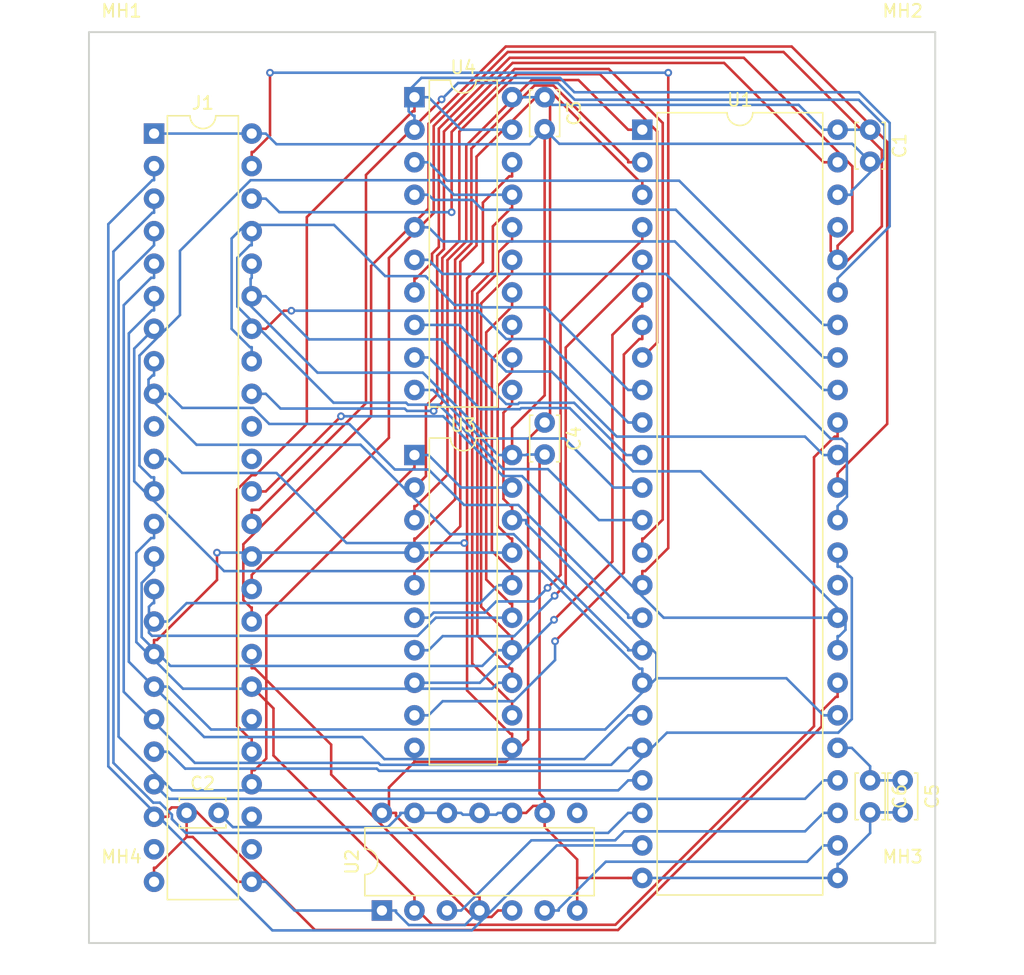
<source format=kicad_pcb>
(kicad_pcb (version 20211014) (generator pcbnew)
  (layers (0 "F.Cu" signal) (31 "B.Cu" signal) (34 "B.Paste" user) (35 "F.Paste" user) (36 "B.SilkS" user "B.Silkscreen") (37 "F.SilkS" user "F.Silkscreen") (38 "B.Mask" user) (39 "F.Mask" user) (44 "Edge.Cuts" user))
  (net 0 "")
  (net 1 "VCC")
  (net 2 "GND")
  (net 3 "/P46")
  (net 4 "/P34")
  (net 5 "/P35")
  (net 6 "/P36")
  (net 7 "Net-(U2-Pad11)")
  (net 8 "/P33")
  (net 9 "/P32")
  (net 10 "/P31")
  (net 11 "/P30")
  (net 12 "/P55")
  (net 13 "/P37")
  (net 14 "/P54")
  (net 15 "/P50")
  (net 16 "/P53")
  (net 17 "Net-(J1-Pad30)")
  (net 18 "/P51")
  (net 19 "/P52")
  (net 20 "Net-(J1-Pad27)")
  (net 21 "/P47")
  (net 22 "Net-(J1-Pad26)")
  (net 23 "Net-(J1-Pad19)")
  (net 24 "/P20")
  (net 25 "/P21")
  (net 26 "/P22")
  (net 27 "/P23")
  (net 28 "/P24")
  (net 29 "/P25")
  (net 30 "Net-(J1-Pad10)")
  (net 31 "/P26")
  (net 32 "/P17")
  (net 33 "/P27")
  (net 34 "/P16")
  (net 35 "Net-(J1-Pad39)")
  (net 36 "/P15")
  (net 37 "/P40")
  (net 38 "/P14")
  (net 39 "/P41")
  (net 40 "/P13")
  (net 41 "/P42")
  (net 42 "/P12")
  (net 43 "/P43")
  (net 44 "/P11")
  (net 45 "/P44")
  (net 46 "/P10")
  (net 47 "/P45")
  (net 48 "Net-(U1-Pad47)")
  (net 49 "Net-(U1-Pad42)")
  (net 50 "Net-(U1-Pad32)")
  (net 51 "Net-(U1-Pad26)")
  (net 52 "Net-(C5-Pad1)")
  (net 53 "Net-(U1-Pad44)")
  (net 54 "Net-(U1-Pad43)")
  (net 55 "Net-(U1-Pad41)")
  (net 56 "Net-(U1-Pad40)")
  (net 57 "Net-(U1-Pad38)")
  (net 58 "Net-(U1-Pad36)")
  (net 59 "Net-(U1-Pad34)")
  (net 60 "Net-(U1-Pad7)")
  (net 61 "Net-(U1-Pad6)")
  (net 62 "Net-(U1-Pad5)")
  (net 63 "Net-(U1-Pad4)")
  (net 64 "Net-(U1-Pad27)")
  (net 65 "Net-(U1-Pad3)")
  (net 66 "Net-(U1-Pad2)")
  (net 67 "Net-(U1-Pad1)")
  (net 68 "Net-(U2-Pad8)")
  (footprint "MountingHole:MountingHole_3.2mm_M3" (layer "F.Cu") (at 101 70)
    (fp_text reference "MH1")
    (fp_text value "MountingHole_3.2mm_M3")
  )
  (footprint "MountingHole:MountingHole_3.2mm_M3" (layer "F.Cu") (at 161.96 70)
    (fp_text reference "MH2")
    (fp_text value "MountingHole_3.2mm_M3")
  )
  (footprint "MountingHole:MountingHole_3.2mm_M3" (layer "F.Cu") (at 161.96 136.04)
    (fp_text reference "MH3")
    (fp_text value "MountingHole_3.2mm_M3")
  )
  (footprint "MountingHole:MountingHole_3.2mm_M3" (layer "F.Cu") (at 101 136.04)
    (fp_text reference "MH4")
    (fp_text value "MountingHole_3.2mm_M3")
  )
  (footprint "Capacitor_THT:C_Disc_D3.4mm_W2.1mm_P2.50mm" (layer "F.Cu") (at 159.42 75.08 -90)
    (fp_text reference "C1")
    (fp_text value "0.1u")
  )
  (footprint "Capacitor_THT:C_Disc_D3.4mm_W2.1mm_P2.50mm" (layer "F.Cu") (at 134.02 72.54 -90)
    (fp_text reference "C3")
    (fp_text value "0.1u")
  )
  (footprint "Package_DIP:DIP-14_W7.62mm" (layer "F.Cu") (at 121.32 136.04 90)
    (fp_text reference "U2")
    (fp_text value "74HCT126")
  )
  (footprint "Package_DIP:DIP-20_W7.62mm" (layer "F.Cu") (at 123.86 72.54)
    (fp_text reference "U4")
    (fp_text value "74HCT541")
  )
  (footprint "Package_DIP:DIP-20_W7.62mm" (layer "F.Cu") (at 123.86 100.48)
    (fp_text reference "U3")
    (fp_text value "74HCT541")
  )
  (footprint "Capacitor_THT:C_Disc_D3.4mm_W2.1mm_P2.50mm" (layer "F.Cu") (at 134.02 97.94 -90)
    (fp_text reference "C4")
    (fp_text value "0.1u")
  )
  (footprint "Capacitor_THT:C_Disc_D3.4mm_W2.1mm_P2.50mm" (layer "F.Cu") (at 106.08 128.42)
    (fp_text reference "C2")
    (fp_text value "0.1u")
  )
  (footprint "0-LocalLibrary:DIP-48_W7.62mm" (layer "F.Cu") (at 103.54 75.38)
    (fp_text reference "J1")
    (fp_text value "BionicConnector")
  )
  (footprint "Capacitor_THT:C_Disc_D3.4mm_W2.1mm_P2.50mm" (layer "F.Cu") (at 161.96 125.88 -90)
    (fp_text reference "C5")
    (fp_text value "1000p")
  )
  (footprint "Capacitor_THT:C_Disc_D3.4mm_W2.1mm_P2.50mm" (layer "F.Cu") (at 159.42 125.88 -90)
    (fp_text reference "C6")
    (fp_text value "1u")
  )
  (footprint "Package_DIP:DIP-48_W15.24mm" (layer "F.Cu") (at 141.64 75.08)
    (fp_text reference "U1")
    (fp_text value "NS32016N")
  )
  (gr_line (start 98.46 138.58) (end 98.46 67.46) (layer "Edge.Cuts") (width 0.15))
  (gr_line (start 164.5 138.58) (end 98.46 138.58) (layer "Edge.Cuts") (width 0.15))
  (gr_line (start 98.46 67.46) (end 164.5 67.46) (layer "Edge.Cuts") (width 0.15))
  (gr_line (start 164.5 67.46) (end 164.5 138.58) (layer "Edge.Cuts") (width 0.15))
  (segment (start 121.8702 128.42) (end 122.4203 128.42) (width 0.2) (layer "F.Cu") (net 1))
  (segment (start 121.32 128.42) (end 121.8702 128.42) (width 0.2) (layer "F.Cu") (net 1))
  (segment (start 106.5569 130.2972) (end 106.08 130.2972) (width 0.2) (layer "F.Cu") (net 1))
  (segment (start 122.4203 128.648) (end 122.4203 128.42) (width 0.2) (layer "F.Cu") (net 1))
  (segment (start 111.16 133.8) (end 110.0597 133.8) (width 0.2) (layer "F.Cu") (net 1))
  (segment (start 121.8702 128.42) (end 121.8702 126.4301) (width 0.2) (layer "F.Cu") (net 1))
  (segment (start 132.7301 99.2299) (end 134.02 97.94) (width 0.2) (layer "F.Cu") (net 1))
  (segment (start 106.08 130.2972) (end 106.08 128.42) (width 0.2) (layer "F.Cu") (net 1))
  (segment (start 103.54 133.8) (end 103.54 132.6997) (width 0.2) (layer "F.Cu") (net 1))
  (segment (start 123.86 124.3402) (end 123.86 124.4403) (width 0.2) (layer "F.Cu") (net 1))
  (segment (start 121.8702 126.4301) (end 123.86 124.4403) (width 0.2) (layer "F.Cu") (net 1))
  (segment (start 128.712 134.9397) (end 122.4203 128.648) (width 0.2) (layer "F.Cu") (net 1))
  (segment (start 123.86 123.34) (end 123.86 124.3402) (width 0.2) (layer "F.Cu") (net 1))
  (segment (start 103.54 132.6997) (end 103.6775 132.6997) (width 0.2) (layer "F.Cu") (net 1))
  (segment (start 128.94 136.04) (end 128.94 134.9397) (width 0.2) (layer "F.Cu") (net 1))
  (segment (start 134.4412 97.5188) (end 134.4412 72.9612) (width 0.2) (layer "F.Cu") (net 1))
  (segment (start 128.94 134.9397) (end 128.712 134.9397) (width 0.2) (layer "F.Cu") (net 1))
  (segment (start 134.02 97.94) (end 134.4412 97.5188) (width 0.2) (layer "F.Cu") (net 1))
  (segment (start 110.0597 133.8) (end 106.5569 130.2972) (width 0.2) (layer "F.Cu") (net 1))
  (segment (start 134.4412 72.9612) (end 134.02 72.54) (width 0.2) (layer "F.Cu") (net 1))
  (segment (start 130.9791 124.4403) (end 132.7301 122.6893) (width 0.2) (layer "F.Cu") (net 1))
  (segment (start 132.7301 122.6893) (end 132.7301 99.2299) (width 0.2) (layer "F.Cu") (net 1))
  (segment (start 123.86 124.4403) (end 130.9791 124.4403) (width 0.2) (layer "F.Cu") (net 1))
  (segment (start 103.6775 132.6997) (end 106.08 130.2972) (width 0.2) (layer "F.Cu") (net 1))
  (segment (start 121.32 136.04) (end 114.5003 136.04) (width 0.2) (layer "B.Cu") (net 1))
  (segment (start 122.4203 136.1775) (end 123.4154 137.1726) (width 0.2) (layer "B.Cu") (net 1))
  (segment (start 122.4203 136.04) (end 122.4203 136.1775) (width 0.2) (layer "B.Cu") (net 1))
  (segment (start 121.32 136.04) (end 122.4203 136.04) (width 0.2) (layer "B.Cu") (net 1))
  (segment (start 153.8401 73.1404) (end 134.6204 73.1404) (width 0.2) (layer "B.Cu") (net 1))
  (segment (start 123.4154 137.1726) (end 127.8074 137.1726) (width 0.2) (layer "B.Cu") (net 1))
  (segment (start 127.8074 137.1726) (end 128.94 136.04) (width 0.2) (layer "B.Cu") (net 1))
  (segment (start 134.6204 73.1404) (end 134.02 72.54) (width 0.2) (layer "B.Cu") (net 1))
  (segment (start 131.48 72.54) (end 132.5803 72.54) (width 0.2) (layer "B.Cu") (net 1))
  (segment (start 156.88 75.08) (end 155.7797 75.08) (width 0.2) (layer "B.Cu") (net 1))
  (segment (start 134.02 72.54) (end 132.5803 72.54) (width 0.2) (layer "B.Cu") (net 1))
  (segment (start 114.5003 136.04) (end 112.2603 133.8) (width 0.2) (layer "B.Cu") (net 1))
  (segment (start 155.7797 75.08) (end 153.8401 73.1404) (width 0.2) (layer "B.Cu") (net 1))
  (segment (start 159.42 75.08) (end 156.88 75.08) (width 0.2) (layer "B.Cu") (net 1))
  (segment (start 111.16 133.8) (end 112.2603 133.8) (width 0.2) (layer "B.Cu") (net 1))
  (segment (start 133.6219 100.8381) (end 133.6219 126.9216) (width 0.2) (layer "F.Cu") (net 2))
  (segment (start 134.02 128.1449) (end 134.02 128.42) (width 0.2) (layer "F.Cu") (net 2))
  (segment (start 134.02 127.8698) (end 133.1305 127.8698) (width 0.2) (layer "F.Cu") (net 2))
  (segment (start 141.64 133.5) (end 140.5397 133.5) (width 0.2) (layer "F.Cu") (net 2))
  (segment (start 136.56 133.5) (end 140.5397 133.5) (width 0.2) (layer "F.Cu") (net 2))
  (segment (start 134.02 128.1449) (end 134.02 127.8698) (width 0.2) (layer "F.Cu") (net 2))
  (segment (start 136.56 133.5) (end 136.56 136.04) (width 0.2) (layer "F.Cu") (net 2))
  (segment (start 134.02 100.44) (end 133.6219 100.8381) (width 0.2) (layer "F.Cu") (net 2))
  (segment (start 131.48 98.3605) (end 134.02 95.8205) (width 0.2) (layer "F.Cu") (net 2))
  (segment (start 136.56 132.0603) (end 136.56 133.5) (width 0.2) (layer "F.Cu") (net 2))
  (segment (start 133.1305 127.8698) (end 132.5803 128.42) (width 0.2) (layer "F.Cu") (net 2))
  (segment (start 134.02 129.5203) (end 136.56 132.0603) (width 0.2) (layer "F.Cu") (net 2))
  (segment (start 131.48 128.42) (end 132.5803 128.42) (width 0.2) (layer "F.Cu") (net 2))
  (segment (start 134.02 95.8205) (end 134.02 75.04) (width 0.2) (layer "F.Cu") (net 2))
  (segment (start 134.02 128.42) (end 134.02 129.5203) (width 0.2) (layer "F.Cu") (net 2))
  (segment (start 131.48 100.48) (end 131.48 98.3605) (width 0.2) (layer "F.Cu") (net 2))
  (segment (start 134.02 127.8698) (end 134.02 127.3197) (width 0.2) (layer "F.Cu") (net 2))
  (segment (start 133.6219 126.9216) (end 134.02 127.3197) (width 0.2) (layer "F.Cu") (net 2))
  (segment (start 157.0175 132.3997) (end 159.42 129.9972) (width 0.2) (layer "B.Cu") (net 2))
  (segment (start 122.7597 128.5575) (end 121.7891 129.5281) (width 0.2) (layer "B.Cu") (net 2))
  (segment (start 127.6378 128.5575) (end 127.5003 128.42) (width 0.2) (layer "B.Cu") (net 2))
  (segment (start 161.96 128.38) (end 159.42 128.38) (width 0.2) (layer "B.Cu") (net 2))
  (segment (start 134.02 100.44) (end 132.6203 100.44) (width 0.2) (layer "B.Cu") (net 2))
  (segment (start 121.7891 129.5281) (end 109.6881 129.5281) (width 0.2) (layer "B.Cu") (net 2))
  (segment (start 135.1603 76.1803) (end 134.02 75.04) (width 0.2) (layer "B.Cu") (net 2))
  (segment (start 131.48 128.42) (end 130.3797 128.42) (width 0.2) (layer "B.Cu") (net 2))
  (segment (start 141.64 133.5) (end 156.88 133.5) (width 0.2) (layer "B.Cu") (net 2))
  (segment (start 159.42 77.58) (end 158.0203 76.1803) (width 0.2) (layer "B.Cu") (net 2))
  (segment (start 159.42 129.9972) (end 159.42 128.38) (width 0.2) (layer "B.Cu") (net 2))
  (segment (start 126.4 128.42) (end 127.5003 128.42) (width 0.2) (layer "B.Cu") (net 2))
  (segment (start 124.9603 95.4) (end 125.2997 95.4) (width 0.2) (layer "B.Cu") (net 2))
  (segment (start 132.845 76.215) (end 113.0953 76.215) (width 0.2) (layer "B.Cu") (net 2))
  (segment (start 111.16 75.38) (end 112.2603 75.38) (width 0.2) (layer "B.Cu") (net 2))
  (segment (start 131.48 100.48) (end 130.3797 100.48) (width 0.2) (layer "B.Cu") (net 2))
  (segment (start 130.2422 128.5575) (end 127.6378 128.5575) (width 0.2) (layer "B.Cu") (net 2))
  (segment (start 132.6203 100.44) (end 132.5803 100.48) (width 0.2) (layer "B.Cu") (net 2))
  (segment (start 131.48 100.48) (end 132.5803 100.48) (width 0.2) (layer "B.Cu") (net 2))
  (segment (start 123.86 128.42) (end 122.7597 128.42) (width 0.2) (layer "B.Cu") (net 2))
  (segment (start 125.2997 95.4) (end 130.3797 100.48) (width 0.2) (layer "B.Cu") (net 2))
  (segment (start 126.4 128.42) (end 123.86 128.42) (width 0.2) (layer "B.Cu") (net 2))
  (segment (start 156.88 132.3997) (end 157.0175 132.3997) (width 0.2) (layer "B.Cu") (net 2))
  (segment (start 123.86 95.4) (end 124.9603 95.4) (width 0.2) (layer "B.Cu") (net 2))
  (segment (start 109.6881 129.5281) (end 108.58 128.42) (width 0.2) (layer "B.Cu") (net 2))
  (segment (start 134.02 75.04) (end 132.845 76.215) (width 0.2) (layer "B.Cu") (net 2))
  (segment (start 122.7597 128.42) (end 122.7597 128.5575) (width 0.2) (layer "B.Cu") (net 2))
  (segment (start 103.54 75.38) (end 111.16 75.38) (width 0.2) (layer "B.Cu") (net 2))
  (segment (start 156.88 133.5) (end 156.88 132.3997) (width 0.2) (layer "B.Cu") (net 2))
  (segment (start 113.0953 76.215) (end 112.2603 75.38) (width 0.2) (layer "B.Cu") (net 2))
  (segment (start 158.0203 76.1803) (end 135.1603 76.1803) (width 0.2) (layer "B.Cu") (net 2))
  (segment (start 130.3797 128.42) (end 130.2422 128.5575) (width 0.2) (layer "B.Cu") (net 2))
  (segment (start 129.8778 136.5419) (end 128.4792 136.5419) (width 0.2) (layer "F.Cu") (net 3))
  (segment (start 117.36 123.0923) (end 111.388 117.1203) (width 0.2) (layer "F.Cu") (net 3))
  (segment (start 130.3797 136.04) (end 129.8778 136.5419) (width 0.2) (layer "F.Cu") (net 3))
  (segment (start 131.48 136.04) (end 130.3797 136.04) (width 0.2) (layer "F.Cu") (net 3))
  (segment (start 111.16 116.02) (end 111.16 117.1203) (width 0.2) (layer "F.Cu") (net 3))
  (segment (start 128.4792 136.5419) (end 117.36 125.4227) (width 0.2) (layer "F.Cu") (net 3))
  (segment (start 111.388 117.1203) (end 111.16 117.1203) (width 0.2) (layer "F.Cu") (net 3))
  (segment (start 117.36 125.4227) (end 117.36 123.0923) (width 0.2) (layer "F.Cu") (net 3))
  (segment (start 131.48 113.18) (end 131.48 112.0797) (width 0.2) (layer "F.Cu") (net 4))
  (segment (start 129.4609 110.1981) (end 129.4609 90.8994) (width 0.2) (layer "F.Cu") (net 4))
  (segment (start 131.48 87.78) (end 131.48 88.8803) (width 0.2) (layer "F.Cu") (net 4))
  (segment (start 131.3425 112.0797) (end 129.4609 110.1981) (width 0.2) (layer "F.Cu") (net 4))
  (segment (start 131.48 112.0797) (end 131.3425 112.0797) (width 0.2) (layer "F.Cu") (net 4))
  (segment (start 129.4609 90.8994) (end 131.48 88.8803) (width 0.2) (layer "F.Cu") (net 4))
  (segment (start 103.54 110.94) (end 103.54 112.0403) (width 0.2) (layer "B.Cu") (net 4))
  (segment (start 103.54 112.0403) (end 103.4259 112.0403) (width 0.2) (layer "B.Cu") (net 4))
  (segment (start 124.115 114.5916) (end 125.5266 113.18) (width 0.2) (layer "B.Cu") (net 4))
  (segment (start 103.142 114.3558) (end 103.3778 114.5916) (width 0.2) (layer "B.Cu") (net 4))
  (segment (start 103.142 112.3242) (end 103.142 114.3558) (width 0.2) (layer "B.Cu") (net 4))
  (segment (start 103.3778 114.5916) (end 124.115 114.5916) (width 0.2) (layer "B.Cu") (net 4))
  (segment (start 103.4259 112.0403) (end 103.142 112.3242) (width 0.2) (layer "B.Cu") (net 4))
  (segment (start 125.5266 113.18) (end 131.48 113.18) (width 0.2) (layer "B.Cu") (net 4))
  (segment (start 131.48 109.5397) (end 129.9006 107.9603) (width 0.2) (layer "F.Cu") (net 5))
  (segment (start 129.9006 92.9997) (end 131.48 91.4203) (width 0.2) (layer "F.Cu") (net 5))
  (segment (start 131.48 90.32) (end 131.48 91.4203) (width 0.2) (layer "F.Cu") (net 5))
  (segment (start 129.9006 107.9603) (end 129.9006 92.9997) (width 0.2) (layer "F.Cu") (net 5))
  (segment (start 131.48 110.64) (end 131.48 109.5397) (width 0.2) (layer "F.Cu") (net 5))
  (segment (start 106.0799 112.0404) (end 104.6403 113.48) (width 0.2) (layer "B.Cu") (net 5))
  (segment (start 130.3797 110.64) (end 128.9793 112.0404) (width 0.2) (layer "B.Cu") (net 5))
  (segment (start 128.9793 112.0404) (end 106.0799 112.0404) (width 0.2) (layer "B.Cu") (net 5))
  (segment (start 103.54 113.48) (end 104.6403 113.48) (width 0.2) (layer "B.Cu") (net 5))
  (segment (start 131.48 110.64) (end 130.3797 110.64) (width 0.2) (layer "B.Cu") (net 5))
  (segment (start 103.54 114.9197) (end 103.768 114.9197) (width 0.2) (layer "F.Cu") (net 6))
  (segment (start 103.54 116.02) (end 103.54 114.9197) (width 0.2) (layer "F.Cu") (net 6))
  (segment (start 108.4512 110.2365) (end 108.4512 108.1) (width 0.2) (layer "F.Cu") (net 6))
  (segment (start 131.48 108.1) (end 131.48 106.9997) (width 0.2) (layer "F.Cu") (net 6))
  (segment (start 130.3522 95.0881) (end 131.48 93.9603) (width 0.2) (layer "F.Cu") (net 6))
  (segment (start 103.768 114.9197) (end 108.4512 110.2365) (width 0.2) (layer "F.Cu") (net 6))
  (segment (start 130.3522 106.0096) (end 130.3522 95.0881) (width 0.2) (layer "F.Cu") (net 6))
  (segment (start 108.4512 108.1) (end 108.4513 108.1) (width 0.2) (layer "F.Cu") (net 6))
  (segment (start 131.48 92.86) (end 131.48 93.9603) (width 0.2) (layer "F.Cu") (net 6))
  (segment (start 131.48 106.9997) (end 131.3423 106.9997) (width 0.2) (layer "F.Cu") (net 6))
  (segment (start 131.3423 106.9997) (end 130.3522 106.0096) (width 0.2) (layer "F.Cu") (net 6))
  (via (at 108.4513 108.1) (size 0.6) (drill 0.3) (layers "F.Cu" "B.Cu") (net 6))
  (segment (start 130.3797 108.1) (end 108.4513 108.1) (width 0.2) (layer "B.Cu") (net 6))
  (segment (start 131.48 108.1) (end 130.3797 108.1) (width 0.2) (layer "B.Cu") (net 6))
  (segment (start 131.3633 114.6197) (end 129.0605 112.3169) (width 0.2) (layer "F.Cu") (net 8))
  (segment (start 131.48 114.6197) (end 131.3633 114.6197) (width 0.2) (layer "F.Cu") (net 8))
  (segment (start 131.48 85.24) (end 131.48 86.3403) (width 0.2) (layer "F.Cu") (net 8))
  (segment (start 131.48 115.72) (end 131.48 114.6197) (width 0.2) (layer "F.Cu") (net 8))
  (segment (start 129.0605 88.6432) (end 131.3634 86.3403) (width 0.2) (layer "F.Cu") (net 8))
  (segment (start 131.3634 86.3403) (end 131.48 86.3403) (width 0.2) (layer "F.Cu") (net 8))
  (segment (start 129.0605 112.3169) (end 129.0605 88.6432) (width 0.2) (layer "F.Cu") (net 8))
  (segment (start 104.8232 116.9453) (end 129.1544 116.9453) (width 0.2) (layer "B.Cu") (net 8))
  (segment (start 129.1544 116.9453) (end 130.3797 115.72) (width 0.2) (layer "B.Cu") (net 8))
  (segment (start 102.5736 114.6957) (end 104.8232 116.9453) (width 0.2) (layer "B.Cu") (net 8))
  (segment (start 103.54 109.5003) (end 102.5736 110.4667) (width 0.2) (layer "B.Cu") (net 8))
  (segment (start 131.48 115.72) (end 130.3797 115.72) (width 0.2) (layer "B.Cu") (net 8))
  (segment (start 102.5736 110.4667) (end 102.5736 114.6957) (width 0.2) (layer "B.Cu") (net 8))
  (segment (start 103.54 108.4) (end 103.54 109.5003) (width 0.2) (layer "B.Cu") (net 8))
  (segment (start 130.3797 84.6726) (end 131.252 83.8003) (width 0.2) (layer "F.Cu") (net 9))
  (segment (start 130.3797 86.2544) (end 130.3797 84.6726) (width 0.2) (layer "F.Cu") (net 9))
  (segment (start 131.48 82.7) (end 131.48 83.8003) (width 0.2) (layer "F.Cu") (net 9))
  (segment (start 128.7677 114.5851) (end 128.7677 87.8664) (width 0.2) (layer "F.Cu") (net 9))
  (segment (start 131.48 118.26) (end 131.48 117.1597) (width 0.2) (layer "F.Cu") (net 9))
  (segment (start 131.3423 117.1597) (end 128.7677 114.5851) (width 0.2) (layer "F.Cu") (net 9))
  (segment (start 131.48 117.1597) (end 131.3423 117.1597) (width 0.2) (layer "F.Cu") (net 9))
  (segment (start 131.252 83.8003) (end 131.48 83.8003) (width 0.2) (layer "F.Cu") (net 9))
  (segment (start 128.7677 87.8664) (end 130.3797 86.2544) (width 0.2) (layer "F.Cu") (net 9))
  (segment (start 103.54 105.86) (end 103.54 106.9603) (width 0.2) (layer "B.Cu") (net 9))
  (segment (start 102.1566 115.0826) (end 102.1566 108.1157) (width 0.2) (layer "B.Cu") (net 9))
  (segment (start 130.3797 118.26) (end 129.9177 118.722) (width 0.2) (layer "B.Cu") (net 9))
  (segment (start 102.1566 108.1157) (end 103.312 106.9603) (width 0.2) (layer "B.Cu") (net 9))
  (segment (start 131.48 118.26) (end 130.3797 118.26) (width 0.2) (layer "B.Cu") (net 9))
  (segment (start 129.9177 118.722) (end 105.796 118.722) (width 0.2) (layer "B.Cu") (net 9))
  (segment (start 105.796 118.722) (end 102.1566 115.0826) (width 0.2) (layer "B.Cu") (net 9))
  (segment (start 103.312 106.9603) (end 103.54 106.9603) (width 0.2) (layer "B.Cu") (net 9))
  (segment (start 131.3423 81.2603) (end 129.9794 82.6232) (width 0.2) (layer "F.Cu") (net 10))
  (segment (start 129.9794 82.6232) (end 129.9794 86.0886) (width 0.2) (layer "F.Cu") (net 10))
  (segment (start 128.3674 116.7564) (end 131.3107 119.6997) (width 0.2) (layer "F.Cu") (net 10))
  (segment (start 131.48 80.16) (end 131.48 81.2603) (width 0.2) (layer "F.Cu") (net 10))
  (segment (start 131.48 81.2603) (end 131.3423 81.2603) (width 0.2) (layer "F.Cu") (net 10))
  (segment (start 129.9794 86.0886) (end 128.3674 87.7006) (width 0.2) (layer "F.Cu") (net 10))
  (segment (start 131.3107 119.6997) (end 131.48 119.6997) (width 0.2) (layer "F.Cu") (net 10))
  (segment (start 131.48 120.8) (end 131.48 119.6997) (width 0.2) (layer "F.Cu") (net 10))
  (segment (start 128.3674 87.7006) (end 128.3674 116.7564) (width 0.2) (layer "F.Cu") (net 10))
  (segment (start 102.4003 101.308) (end 102.4003 92.7143) (width 0.2) (layer "B.Cu") (net 10))
  (segment (start 111.0745 79.0201) (end 125.7941 79.0201) (width 0.2) (layer "B.Cu") (net 10))
  (segment (start 125.7941 79.0201) (end 126.934 80.16) (width 0.2) (layer "B.Cu") (net 10))
  (segment (start 103.54 102.2197) (end 103.312 102.2197) (width 0.2) (layer "B.Cu") (net 10))
  (segment (start 105.562 89.5526) (end 105.562 84.5326) (width 0.2) (layer "B.Cu") (net 10))
  (segment (start 102.4003 92.7143) (end 105.562 89.5526) (width 0.2) (layer "B.Cu") (net 10))
  (segment (start 105.562 84.5326) (end 111.0745 79.0201) (width 0.2) (layer "B.Cu") (net 10))
  (segment (start 103.312 102.2197) (end 102.4003 101.308) (width 0.2) (layer "B.Cu") (net 10))
  (segment (start 103.54 103.32) (end 103.54 102.2197) (width 0.2) (layer "B.Cu") (net 10))
  (segment (start 126.934 80.16) (end 131.48 80.16) (width 0.2) (layer "B.Cu") (net 10))
  (segment (start 131.3425 122.2397) (end 131.48 122.2397) (width 0.2) (layer "F.Cu") (net 11))
  (segment (start 127.9654 118.8626) (end 131.3425 122.2397) (width 0.2) (layer "F.Cu") (net 11))
  (segment (start 131.252 78.7203) (end 129.2001 80.7722) (width 0.2) (layer "F.Cu") (net 11))
  (segment (start 127.9654 107.3487) (end 127.7452 107.3487) (width 0.2) (layer "F.Cu") (net 11))
  (segment (start 127.9654 86.6824) (end 127.9654 107.3487) (width 0.2) (layer "F.Cu") (net 11))
  (segment (start 131.48 77.62) (end 131.48 78.7203) (width 0.2) (layer "F.Cu") (net 11))
  (segment (start 129.2001 80.7722) (end 129.2001 85.4477) (width 0.2) (layer "F.Cu") (net 11))
  (segment (start 131.48 123.34) (end 131.48 122.2397) (width 0.2) (layer "F.Cu") (net 11))
  (segment (start 131.48 78.7203) (end 131.252 78.7203) (width 0.2) (layer "F.Cu") (net 11))
  (segment (start 127.9654 107.3487) (end 127.9654 118.8626) (width 0.2) (layer "F.Cu") (net 11))
  (segment (start 129.2001 85.4477) (end 127.9654 86.6824) (width 0.2) (layer "F.Cu") (net 11))
  (via (at 127.7452 107.3487) (size 0.6) (drill 0.3) (layers "F.Cu" "B.Cu") (net 11))
  (segment (start 103.54 100.78) (end 104.6403 100.78) (width 0.2) (layer "B.Cu") (net 11))
  (segment (start 105.7406 101.8803) (end 113.0906 101.8803) (width 0.2) (layer "B.Cu") (net 11))
  (segment (start 104.6403 100.78) (end 105.7406 101.8803) (width 0.2) (layer "B.Cu") (net 11))
  (segment (start 113.0906 101.8803) (end 118.559 107.3487) (width 0.2) (layer "B.Cu") (net 11))
  (segment (start 118.559 107.3487) (end 127.7452 107.3487) (width 0.2) (layer "B.Cu") (net 11))
  (segment (start 123.7223 101.5803) (end 112.2992 113.0034) (width 0.2) (layer "F.Cu") (net 12))
  (segment (start 123.86 100.48) (end 123.86 101.5803) (width 0.2) (layer "F.Cu") (net 12))
  (segment (start 111.16 126.18) (end 111.16 125.0797) (width 0.2) (layer "F.Cu") (net 12))
  (segment (start 112.2992 113.0034) (end 112.2992 124.1685) (width 0.2) (layer "F.Cu") (net 12))
  (segment (start 111.388 125.0797) (end 111.16 125.0797) (width 0.2) (layer "F.Cu") (net 12))
  (segment (start 123.86 101.5803) (end 123.7223 101.5803) (width 0.2) (layer "F.Cu") (net 12))
  (segment (start 112.2992 124.1685) (end 111.388 125.0797) (width 0.2) (layer "F.Cu") (net 12))
  (segment (start 131.48 103.02) (end 130.3797 103.02) (width 0.2) (layer "B.Cu") (net 12))
  (segment (start 127.5003 103.02) (end 124.9603 100.48) (width 0.2) (layer "B.Cu") (net 12))
  (segment (start 123.86 100.48) (end 124.9603 100.48) (width 0.2) (layer "B.Cu") (net 12))
  (segment (start 130.3797 103.02) (end 127.5003 103.02) (width 0.2) (layer "B.Cu") (net 12))
  (segment (start 131.48 95.4) (end 131.48 96.5003) (width 0.2) (layer "F.Cu") (net 13))
  (segment (start 131.48 105.56) (end 131.48 104.4597) (width 0.2) (layer "F.Cu") (net 13))
  (segment (start 130.806 97.1743) (end 131.48 96.5003) (width 0.2) (layer "F.Cu") (net 13))
  (segment (start 131.3606 104.4597) (end 130.806 103.9051) (width 0.2) (layer "F.Cu") (net 13))
  (segment (start 130.806 103.9051) (end 130.806 97.1743) (width 0.2) (layer "F.Cu") (net 13))
  (segment (start 131.48 104.4597) (end 131.3606 104.4597) (width 0.2) (layer "F.Cu") (net 13))
  (segment (start 132.5803 105.8351) (end 132.5803 105.56) (width 0.2) (layer "B.Cu") (net 13))
  (segment (start 131.48 105.56) (end 132.5803 105.56) (width 0.2) (layer "B.Cu") (net 13))
  (segment (start 138.7394 121.9079) (end 142.7404 117.9069) (width 0.2) (layer "B.Cu") (net 13))
  (segment (start 104.6403 118.56) (end 107.9882 121.9079) (width 0.2) (layer "B.Cu") (net 13))
  (segment (start 107.9882 121.9079) (end 138.7394 121.9079) (width 0.2) (layer "B.Cu") (net 13))
  (segment (start 156.88 120.8) (end 155.7797 120.8) (width 0.2) (layer "B.Cu") (net 13))
  (segment (start 152.8866 117.9069) (end 155.7797 120.8) (width 0.2) (layer "B.Cu") (net 13))
  (segment (start 142.7404 115.9952) (end 132.5803 105.8351) (width 0.2) (layer "B.Cu") (net 13))
  (segment (start 103.54 118.56) (end 104.6403 118.56) (width 0.2) (layer "B.Cu") (net 13))
  (segment (start 142.7404 117.9069) (end 152.8866 117.9069) (width 0.2) (layer "B.Cu") (net 13))
  (segment (start 142.7404 117.9069) (end 142.7404 115.9952) (width 0.2) (layer "B.Cu") (net 13))
  (segment (start 123.86 73.6403) (end 123.7225 73.6403) (width 0.2) (layer "F.Cu") (net 14))
  (segment (start 111.4518 102.05) (end 111.1472 102.05) (width 0.2) (layer "F.Cu") (net 14))
  (segment (start 123.7225 73.6403) (end 115.4605 81.9023) (width 0.2) (layer "F.Cu") (net 14))
  (segment (start 110.0204 121.6281) (end 110.932 122.5397) (width 0.2) (layer "F.Cu") (net 14))
  (segment (start 111.1472 102.05) (end 110.0204 103.1768) (width 0.2) (layer "F.Cu") (net 14))
  (segment (start 115.4605 81.9023) (end 115.4605 98.0413) (width 0.2) (layer "F.Cu") (net 14))
  (segment (start 123.86 72.54) (end 123.86 73.6403) (width 0.2) (layer "F.Cu") (net 14))
  (segment (start 111.16 123.64) (end 111.16 122.5397) (width 0.2) (layer "F.Cu") (net 14))
  (segment (start 110.932 122.5397) (end 111.16 122.5397) (width 0.2) (layer "F.Cu") (net 14))
  (segment (start 115.4605 98.0413) (end 111.4518 102.05) (width 0.2) (layer "F.Cu") (net 14))
  (segment (start 110.0204 103.1768) (end 110.0204 121.6281) (width 0.2) (layer "F.Cu") (net 14))
  (segment (start 123.86 72.54) (end 124.9603 72.54) (width 0.2) (layer "B.Cu") (net 14))
  (segment (start 127.5003 75.08) (end 131.48 75.08) (width 0.2) (layer "B.Cu") (net 14))
  (segment (start 124.9603 72.54) (end 127.5003 75.08) (width 0.2) (layer "B.Cu") (net 14))
  (segment (start 120.9258 124.9623) (end 121.1027 125.1392) (width 0.2) (layer "B.Cu") (net 15))
  (segment (start 157.9891 110.0814) (end 157.108 109.2003) (width 0.2) (layer "B.Cu") (net 15))
  (segment (start 157.108 109.2003) (end 156.88 109.2003) (width 0.2) (layer "B.Cu") (net 15))
  (segment (start 121.1027 125.1392) (end 140.5806 125.1392) (width 0.2) (layer "B.Cu") (net 15))
  (segment (start 157.9891 121.0998) (end 157.9891 110.0814) (width 0.2) (layer "B.Cu") (net 15))
  (segment (start 143.5634 122.1564) (end 156.9325 122.1564) (width 0.2) (layer "B.Cu") (net 15))
  (segment (start 105.9626 124.9623) (end 120.9258 124.9623) (width 0.2) (layer "B.Cu") (net 15))
  (segment (start 156.9325 122.1564) (end 157.9891 121.0998) (width 0.2) (layer "B.Cu") (net 15))
  (segment (start 104.6403 123.64) (end 105.9626 124.9623) (width 0.2) (layer "B.Cu") (net 15))
  (segment (start 140.5806 125.1392) (end 143.5634 122.1564) (width 0.2) (layer "B.Cu") (net 15))
  (segment (start 156.88 108.1) (end 156.88 109.2003) (width 0.2) (layer "B.Cu") (net 15))
  (segment (start 103.54 123.64) (end 104.6403 123.64) (width 0.2) (layer "B.Cu") (net 15))
  (segment (start 104.6796 127.3196) (end 154.3401 127.3196) (width 0.2) (layer "B.Cu") (net 18))
  (segment (start 103.54 126.18) (end 104.6796 127.3196) (width 0.2) (layer "B.Cu") (net 18))
  (segment (start 156.88 125.88) (end 155.7797 125.88) (width 0.2) (layer "B.Cu") (net 18))
  (segment (start 154.3401 127.3196) (end 155.7797 125.88) (width 0.2) (layer "B.Cu") (net 18))
  (segment (start 104.9118 127.9924) (end 106.5255 127.9924) (width 0.2) (layer "F.Cu") (net 19))
  (segment (start 104.6403 128.2639) (end 104.9118 127.9924) (width 0.2) (layer "F.Cu") (net 19))
  (segment (start 106.5255 127.9924) (end 116.0961 137.563) (width 0.2) (layer "F.Cu") (net 19))
  (segment (start 156.88 118.26) (end 156.88 119.3603) (width 0.2) (layer "F.Cu") (net 19))
  (segment (start 156.7425 119.3603) (end 156.88 119.3603) (width 0.2) (layer "F.Cu") (net 19))
  (segment (start 155.6405 120.4623) (end 156.7425 119.3603) (width 0.2) (layer "F.Cu") (net 19))
  (segment (start 155.6405 121.6665) (end 155.6405 120.4623) (width 0.2) (layer "F.Cu") (net 19))
  (segment (start 103.54 128.72) (end 104.6403 128.72) (width 0.2) (layer "F.Cu") (net 19))
  (segment (start 139.744 137.563) (end 155.6405 121.6665) (width 0.2) (layer "F.Cu") (net 19))
  (segment (start 104.6403 128.72) (end 104.6403 128.2639) (width 0.2) (layer "F.Cu") (net 19))
  (segment (start 116.0961 137.563) (end 139.744 137.563) (width 0.2) (layer "F.Cu") (net 19))
  (segment (start 112.8588 120.2588) (end 111.16 118.56) (width 0.2) (layer "F.Cu") (net 21))
  (segment (start 123.86 135.7649) (end 123.86 134.9397) (width 0.2) (layer "F.Cu") (net 21))
  (segment (start 123.86 134.9397) (end 112.8588 123.9385) (width 0.2) (layer "F.Cu") (net 21))
  (segment (start 155.0402 100.6521) (end 155.0402 121.6559) (width 0.2) (layer "F.Cu") (net 21))
  (segment (start 156.88 99.0403) (end 156.652 99.0403) (width 0.2) (layer "F.Cu") (net 21))
  (segment (start 139.5413 137.1548) (end 125.2499 137.1548) (width 0.2) (layer "F.Cu") (net 21))
  (segment (start 125.2499 137.1548) (end 123.86 135.7649) (width 0.2) (layer "F.Cu") (net 21))
  (segment (start 123.86 136.04) (end 123.86 135.7649) (width 0.2) (layer "F.Cu") (net 21))
  (segment (start 156.88 97.94) (end 156.88 99.0403) (width 0.2) (layer "F.Cu") (net 21))
  (segment (start 112.8588 123.9385) (end 112.8588 120.2588) (width 0.2) (layer "F.Cu") (net 21))
  (segment (start 156.652 99.0403) (end 155.0402 100.6521) (width 0.2) (layer "F.Cu") (net 21))
  (segment (start 155.0402 121.6559) (end 139.5413 137.1548) (width 0.2) (layer "F.Cu") (net 21))
  (segment (start 111.16 76.8197) (end 111.2975 76.8197) (width 0.2) (layer "F.Cu") (net 24))
  (segment (start 141.64 110.64) (end 141.64 109.5397) (width 0.2) (layer "F.Cu") (net 24))
  (segment (start 112.5881 75.5291) (end 112.5881 70.63) (width 0.2) (layer "F.Cu") (net 24))
  (segment (start 143.6656 107.7421) (end 143.6656 70.63) (width 0.2) (layer "F.Cu") (net 24))
  (segment (start 141.64 109.5397) (end 141.868 109.5397) (width 0.2) (layer "F.Cu") (net 24))
  (segment (start 111.2975 76.8197) (end 112.5881 75.5291) (width 0.2) (layer "F.Cu") (net 24))
  (segment (start 111.16 77.92) (end 111.16 76.8197) (width 0.2) (layer "F.Cu") (net 24))
  (segment (start 141.868 109.5397) (end 143.6656 107.7421) (width 0.2) (layer "F.Cu") (net 24))
  (via (at 112.5881 70.63) (size 0.6) (drill 0.3) (layers "F.Cu" "B.Cu") (net 24))
  (via (at 143.6656 70.63) (size 0.6) (drill 0.3) (layers "F.Cu" "B.Cu") (net 24))
  (segment (start 143.6656 70.63) (end 112.5881 70.63) (width 0.2) (layer "B.Cu") (net 24))
  (segment (start 143.2347 105.519) (end 141.754 106.9997) (width 0.2) (layer "F.Cu") (net 25))
  (segment (start 139.0235 70.3412) (end 143.2347 74.5524) (width 0.2) (layer "F.Cu") (net 25))
  (segment (start 141.64 108.1) (end 141.64 106.9997) (width 0.2) (layer "F.Cu") (net 25))
  (segment (start 131.6733 70.3412) (end 139.0235 70.3412) (width 0.2) (layer "F.Cu") (net 25))
  (segment (start 143.2347 74.5524) (end 143.2347 105.519) (width 0.2) (layer "F.Cu") (net 25))
  (segment (start 126.7618 81.5197) (end 126.7618 75.2527) (width 0.2) (layer "F.Cu") (net 25))
  (segment (start 126.7618 75.2527) (end 131.6733 70.3412) (width 0.2) (layer "F.Cu") (net 25))
  (segment (start 141.754 106.9997) (end 141.64 106.9997) (width 0.2) (layer "F.Cu") (net 25))
  (via (at 126.7618 81.5197) (size 0.6) (drill 0.3) (layers "F.Cu" "B.Cu") (net 25))
  (segment (start 112.2603 80.46) (end 113.32 81.5197) (width 0.2) (layer "B.Cu") (net 25))
  (segment (start 113.32 81.5197) (end 126.7618 81.5197) (width 0.2) (layer "B.Cu") (net 25))
  (segment (start 111.16 80.46) (end 112.2603 80.46) (width 0.2) (layer "B.Cu") (net 25))
  (segment (start 138.2589 105.56) (end 141.64 105.56) (width 0.2) (layer "B.Cu") (net 26))
  (segment (start 130.7939 101.5804) (end 134.2793 101.5804) (width 0.2) (layer "B.Cu") (net 26))
  (segment (start 110.037 85.0858) (end 110.037 88.8869) (width 0.2) (layer "B.Cu") (net 26))
  (segment (start 111.0225 84.1003) (end 110.037 85.0858) (width 0.2) (layer "B.Cu") (net 26))
  (segment (start 125.764 96.5505) (end 130.7939 101.5804) (width 0.2) (layer "B.Cu") (net 26))
  (segment (start 123.2103 96.3942) (end 123.3666 96.5505) (width 0.2) (layer "B.Cu") (net 26))
  (segment (start 134.2793 101.5804) (end 138.2589 105.56) (width 0.2) (layer "B.Cu") (net 26))
  (segment (start 111.16 83) (end 111.16 84.1003) (width 0.2) (layer "B.Cu") (net 26))
  (segment (start 117.5443 96.3942) (end 123.2103 96.3942) (width 0.2) (layer "B.Cu") (net 26))
  (segment (start 111.16 84.1003) (end 111.0225 84.1003) (width 0.2) (layer "B.Cu") (net 26))
  (segment (start 110.037 88.8869) (end 117.5443 96.3942) (width 0.2) (layer "B.Cu") (net 26))
  (segment (start 123.3666 96.5505) (end 125.764 96.5505) (width 0.2) (layer "B.Cu") (net 26))
  (segment (start 116.2955 94.0492) (end 111.0746 88.8283) (width 0.2) (layer "B.Cu") (net 27))
  (segment (start 111.16 85.54) (end 111.16 86.6403) (width 0.2) (layer "B.Cu") (net 27))
  (segment (start 139.397 103.02) (end 135.567 99.19) (width 0.2) (layer "B.Cu") (net 27))
  (segment (start 111.0746 86.7257) (end 111.16 86.6403) (width 0.2) (layer "B.Cu") (net 27))
  (segment (start 111.0746 88.8283) (end 111.0746 86.7257) (width 0.2) (layer "B.Cu") (net 27))
  (segment (start 124.5153 94.0492) (end 116.2955 94.0492) (width 0.2) (layer "B.Cu") (net 27))
  (segment (start 135.567 99.19) (end 129.6561 99.19) (width 0.2) (layer "B.Cu") (net 27))
  (segment (start 129.6561 99.19) (end 124.5153 94.0492) (width 0.2) (layer "B.Cu") (net 27))
  (segment (start 141.64 103.02) (end 139.397 103.02) (width 0.2) (layer "B.Cu") (net 27))
  (segment (start 136.3204 96.4) (end 140.4004 100.48) (width 0.2) (layer "B.Cu") (net 28))
  (segment (start 140.4004 100.48) (end 141.64 100.48) (width 0.2) (layer "B.Cu") (net 28))
  (segment (start 131.0242 96.5003) (end 131.9358 96.5003) (width 0.2) (layer "B.Cu") (net 28))
  (segment (start 115.6286 91.4483) (end 125.9722 91.4483) (width 0.2) (layer "B.Cu") (net 28))
  (segment (start 132.0361 96.4) (end 136.3204 96.4) (width 0.2) (layer "B.Cu") (net 28))
  (segment (start 125.9722 91.4483) (end 131.0242 96.5003) (width 0.2) (layer "B.Cu") (net 28))
  (segment (start 131.9358 96.5003) (end 132.0361 96.4) (width 0.2) (layer "B.Cu") (net 28))
  (segment (start 111.16 88.08) (end 112.2603 88.08) (width 0.2) (layer "B.Cu") (net 28))
  (segment (start 112.2603 88.08) (end 115.6286 91.4483) (width 0.2) (layer "B.Cu") (net 28))
  (segment (start 111.16 90.62) (end 112.2603 90.62) (width 0.2) (layer "F.Cu") (net 29))
  (segment (start 113.6699 89.2104) (end 114.2536 89.2104) (width 0.2) (layer "F.Cu") (net 29))
  (segment (start 112.2603 90.62) (end 113.6699 89.2104) (width 0.2) (layer "F.Cu") (net 29))
  (via (at 114.2536 89.2104) (size 0.6) (drill 0.3) (layers "F.Cu" "B.Cu") (net 29))
  (segment (start 134.02 91.4203) (end 140.5397 97.94) (width 0.2) (layer "B.Cu") (net 29))
  (segment (start 114.2536 89.2104) (end 128.8143 89.2104) (width 0.2) (layer "B.Cu") (net 29))
  (segment (start 128.8143 89.2104) (end 131.0242 91.4203) (width 0.2) (layer "B.Cu") (net 29))
  (segment (start 131.0242 91.4203) (end 134.02 91.4203) (width 0.2) (layer "B.Cu") (net 29))
  (segment (start 141.64 97.94) (end 140.5397 97.94) (width 0.2) (layer "B.Cu") (net 29))
  (segment (start 111.16 92.0597) (end 111.0225 92.0597) (width 0.2) (layer "B.Cu") (net 31))
  (segment (start 129.1173 88.9471) (end 134.0868 88.9471) (width 0.2) (layer "B.Cu") (net 31))
  (segment (start 109.5932 90.6304) (end 109.5932 83.5709) (width 0.2) (layer "B.Cu") (net 31))
  (segment (start 111.16 93.16) (end 111.16 92.0597) (width 0.2) (layer "B.Cu") (net 31))
  (segment (start 141.64 95.4) (end 140.5397 95.4) (width 0.2) (layer "B.Cu") (net 31))
  (segment (start 111.0225 92.0597) (end 109.5932 90.6304) (width 0.2) (layer "B.Cu") (net 31))
  (segment (start 126.9823 88.7626) (end 128.9328 88.7626) (width 0.2) (layer "B.Cu") (net 31))
  (segment (start 117.5831 82.5123) (end 121.5808 86.51) (width 0.2) (layer "B.Cu") (net 31))
  (segment (start 124.7297 86.51) (end 126.9823 88.7626) (width 0.2) (layer "B.Cu") (net 31))
  (segment (start 110.6518 82.5123) (end 117.5831 82.5123) (width 0.2) (layer "B.Cu") (net 31))
  (segment (start 109.5932 83.5709) (end 110.6518 82.5123) (width 0.2) (layer "B.Cu") (net 31))
  (segment (start 121.5808 86.51) (end 124.7297 86.51) (width 0.2) (layer "B.Cu") (net 31))
  (segment (start 128.9328 88.7626) (end 129.1173 88.9471) (width 0.2) (layer "B.Cu") (net 31))
  (segment (start 134.0868 88.9471) (end 140.5397 95.4) (width 0.2) (layer "B.Cu") (net 31))
  (segment (start 105.7406 96.8003) (end 111.2766 96.8003) (width 0.2) (layer "B.Cu") (net 32))
  (segment (start 112.529 98.0527) (end 118.7723 98.0527) (width 0.2) (layer "B.Cu") (net 32))
  (segment (start 111.2766 96.8003) (end 112.529 98.0527) (width 0.2) (layer "B.Cu") (net 32))
  (segment (start 127.7285 104.3764) (end 131.9641 104.3764) (width 0.2) (layer "B.Cu") (net 32))
  (segment (start 122.3279 101.6083) (end 124.9604 101.6083) (width 0.2) (layer "B.Cu") (net 32))
  (segment (start 118.7723 98.0527) (end 122.3279 101.6083) (width 0.2) (layer "B.Cu") (net 32))
  (segment (start 141.64 113.18) (end 140.5397 113.18) (width 0.2) (layer "B.Cu") (net 32))
  (segment (start 131.9641 104.3764) (end 140.5397 112.952) (width 0.2) (layer "B.Cu") (net 32))
  (segment (start 124.9604 101.6083) (end 127.7285 104.3764) (width 0.2) (layer "B.Cu") (net 32))
  (segment (start 103.54 95.7) (end 104.6403 95.7) (width 0.2) (layer "B.Cu") (net 32))
  (segment (start 140.5397 112.952) (end 140.5397 113.18) (width 0.2) (layer "B.Cu") (net 32))
  (segment (start 104.6403 95.7) (end 105.7406 96.8003) (width 0.2) (layer "B.Cu") (net 32))
  (segment (start 126.0347 96.359) (end 125.3596 97.0341) (width 0.2) (layer "F.Cu") (net 33))
  (segment (start 127.3621 75.2255) (end 127.3621 83.7667) (width 0.2) (layer "F.Cu") (net 33))
  (segment (start 127.3621 83.7667) (end 126.0347 85.0941) (width 0.2) (layer "F.Cu") (net 33))
  (segment (start 138.3328 70.7447) (end 131.8429 70.7447) (width 0.2) (layer "F.Cu") (net 33))
  (segment (start 126.0347 85.0941) (end 126.0347 96.359) (width 0.2) (layer "F.Cu") (net 33))
  (segment (start 142.7983 91.7017) (end 142.7983 75.2102) (width 0.2) (layer "F.Cu") (net 33))
  (segment (start 142.7983 75.2102) (end 138.3328 70.7447) (width 0.2) (layer "F.Cu") (net 33))
  (segment (start 131.8429 70.7447) (end 127.3621 75.2255) (width 0.2) (layer "F.Cu") (net 33))
  (segment (start 141.64 92.86) (end 142.7983 91.7017) (width 0.2) (layer "F.Cu") (net 33))
  (via (at 125.3596 97.0341) (size 0.6) (drill 0.3) (layers "F.Cu" "B.Cu") (net 33))
  (segment (start 112.2603 95.7) (end 113.4123 96.852) (width 0.2) (layer "B.Cu") (net 33))
  (segment (start 123.1018 96.852) (end 123.2839 97.0341) (width 0.2) (layer "B.Cu") (net 33))
  (segment (start 113.4123 96.852) (end 123.1018 96.852) (width 0.2) (layer "B.Cu") (net 33))
  (segment (start 111.16 95.7) (end 112.2603 95.7) (width 0.2) (layer "B.Cu") (net 33))
  (segment (start 123.2839 97.0341) (end 125.3596 97.0341) (width 0.2) (layer "B.Cu") (net 33))
  (segment (start 141.64 115.72) (end 140.5397 115.72) (width 0.2) (layer "B.Cu") (net 34))
  (segment (start 131.6066 106.6604) (end 140.5397 115.5935) (width 0.2) (layer "B.Cu") (net 34))
  (segment (start 103.1077 94.5774) (end 103.1077 95.9312) (width 0.2) (layer "B.Cu") (net 34))
  (segment (start 140.5397 115.5935) (end 140.5397 115.72) (width 0.2) (layer "B.Cu") (net 34))
  (segment (start 126.6374 106.6604) (end 131.6066 106.6604) (width 0.2) (layer "B.Cu") (net 34))
  (segment (start 119.6528 99.6758) (end 126.6374 106.6604) (width 0.2) (layer "B.Cu") (net 34))
  (segment (start 103.4248 94.2603) (end 103.1077 94.5774) (width 0.2) (layer "B.Cu") (net 34))
  (segment (start 103.1077 95.9312) (end 106.8523 99.6758) (width 0.2) (layer "B.Cu") (net 34))
  (segment (start 106.8523 99.6758) (end 119.6528 99.6758) (width 0.2) (layer "B.Cu") (net 34))
  (segment (start 103.54 94.2603) (end 103.4248 94.2603) (width 0.2) (layer "B.Cu") (net 34))
  (segment (start 103.54 93.16) (end 103.54 94.2603) (width 0.2) (layer "B.Cu") (net 34))
  (segment (start 101.9915 92.1685) (end 101.9915 102.5235) (width 0.2) (layer "B.Cu") (net 36))
  (segment (start 141.4132 117.1597) (end 141.64 117.1597) (width 0.2) (layer "B.Cu") (net 36))
  (segment (start 103.54 90.62) (end 101.9915 92.1685) (width 0.2) (layer "B.Cu") (net 36))
  (segment (start 141.64 118.26) (end 141.64 117.1597) (width 0.2) (layer "B.Cu") (net 36))
  (segment (start 133.793 109.5395) (end 141.4132 117.1597) (width 0.2) (layer "B.Cu") (net 36))
  (segment (start 109.0075 109.5395) (end 133.793 109.5395) (width 0.2) (layer "B.Cu") (net 36))
  (segment (start 101.9915 102.5235) (end 109.0075 109.5395) (width 0.2) (layer "B.Cu") (net 36))
  (segment (start 137.1212 124.2185) (end 121.5145 124.2185) (width 0.2) (layer "B.Cu") (net 38))
  (segment (start 103.3746 89.1803) (end 103.54 89.1803) (width 0.2) (layer "B.Cu") (net 38))
  (segment (start 121.5145 124.2185) (end 119.7924 122.4964) (width 0.2) (layer "B.Cu") (net 38))
  (segment (start 140.5397 120.8) (end 137.1212 124.2185) (width 0.2) (layer "B.Cu") (net 38))
  (segment (start 141.64 120.8) (end 140.5397 120.8) (width 0.2) (layer "B.Cu") (net 38))
  (segment (start 119.7924 122.4964) (end 107.4519 122.4964) (width 0.2) (layer "B.Cu") (net 38))
  (segment (start 101.5714 116.6159) (end 101.5714 90.9835) (width 0.2) (layer "B.Cu") (net 38))
  (segment (start 103.54 88.08) (end 103.54 89.1803) (width 0.2) (layer "B.Cu") (net 38))
  (segment (start 101.5714 90.9835) (end 103.3746 89.1803) (width 0.2) (layer "B.Cu") (net 38))
  (segment (start 107.4519 122.4964) (end 101.5714 116.6159) (width 0.2) (layer "B.Cu") (net 38))
  (segment (start 118.128 97.4523) (end 112.2603 103.32) (width 0.2) (layer "F.Cu") (net 39))
  (segment (start 111.16 103.32) (end 112.2603 103.32) (width 0.2) (layer "F.Cu") (net 39))
  (via (at 118.128 97.4523) (size 0.6) (drill 0.3) (layers "F.Cu" "B.Cu") (net 39))
  (segment (start 130.767 102.1198) (end 126.0995 97.4523) (width 0.2) (layer "B.Cu") (net 39))
  (segment (start 156.88 113.18) (end 155.7797 113.18) (width 0.2) (layer "B.Cu") (net 39))
  (segment (start 132.2475 102.1198) (end 130.767 102.1198) (width 0.2) (layer "B.Cu") (net 39))
  (segment (start 143.3077 113.18) (end 132.2475 102.1198) (width 0.2) (layer "B.Cu") (net 39))
  (segment (start 155.7797 113.18) (end 143.3077 113.18) (width 0.2) (layer "B.Cu") (net 39))
  (segment (start 126.0995 97.4523) (end 118.128 97.4523) (width 0.2) (layer "B.Cu") (net 39))
  (segment (start 121.1954 124.6658) (end 139.2139 124.6658) (width 0.2) (layer "B.Cu") (net 40))
  (segment (start 139.2139 124.6658) (end 140.5397 123.34) (width 0.2) (layer "B.Cu") (net 40))
  (segment (start 101.1711 88.7812) (end 101.1711 118.9652) (width 0.2) (layer "B.Cu") (net 40))
  (segment (start 103.54 85.54) (end 103.54 86.6403) (width 0.2) (layer "B.Cu") (net 40))
  (segment (start 103.54 86.6403) (end 103.312 86.6403) (width 0.2) (layer "B.Cu") (net 40))
  (segment (start 103.312 86.6403) (end 101.1711 88.7812) (width 0.2) (layer "B.Cu") (net 40))
  (segment (start 121.0452 124.5156) (end 121.1954 124.6658) (width 0.2) (layer "B.Cu") (net 40))
  (segment (start 101.1711 118.9652) (end 106.7215 124.5156) (width 0.2) (layer "B.Cu") (net 40))
  (segment (start 106.7215 124.5156) (end 121.0452 124.5156) (width 0.2) (layer "B.Cu") (net 40))
  (segment (start 141.64 123.34) (end 140.5397 123.34) (width 0.2) (layer "B.Cu") (net 40))
  (segment (start 120.0776 78.6121) (end 125.9795 72.7102) (width 0.2) (layer "F.Cu") (net 41))
  (segment (start 120.0776 96.424) (end 120.0776 78.6121) (width 0.2) (layer "F.Cu") (net 41))
  (segment (start 111.16 105.86) (end 111.16 104.7597) (width 0.2) (layer "F.Cu") (net 41))
  (segment (start 111.16 104.7597) (end 111.7419 104.7597) (width 0.2) (layer "F.Cu") (net 41))
  (segment (start 111.7419 104.7597) (end 120.0776 96.424) (width 0.2) (layer "F.Cu") (net 41))
  (via (at 125.9795 72.7102) (size 0.6) (drill 0.3) (layers "F.Cu" "B.Cu") (net 41))
  (segment (start 160.5426 74.7552) (end 158.5274 72.74) (width 0.2) (layer "B.Cu") (net 41))
  (segment (start 158.5274 72.74) (end 136.3615 72.74) (width 0.2) (layer "B.Cu") (net 41))
  (segment (start 127.259 71.4307) (end 125.9795 72.7102) (width 0.2) (layer "B.Cu") (net 41))
  (segment (start 160.5426 77.2948) (end 160.5426 74.7552) (width 0.2) (layer "B.Cu") (net 41))
  (segment (start 136.3615 72.74) (end 135.0522 71.4307) (width 0.2) (layer "B.Cu") (net 41))
  (segment (start 157.9803 79.8571) (end 160.5426 77.2948) (width 0.2) (layer "B.Cu") (net 41))
  (segment (start 156.88 80.16) (end 157.9803 80.16) (width 0.2) (layer "B.Cu") (net 41))
  (segment (start 135.0522 71.4307) (end 127.259 71.4307) (width 0.2) (layer "B.Cu") (net 41))
  (segment (start 157.9803 80.16) (end 157.9803 79.8571) (width 0.2) (layer "B.Cu") (net 41))
  (segment (start 139.7603 126.6594) (end 140.5397 125.88) (width 0.2) (layer "B.Cu") (net 42))
  (segment (start 100.7708 122.4707) (end 104.9595 126.6594) (width 0.2) (layer "B.Cu") (net 42))
  (segment (start 100.7708 86.8695) (end 100.7708 122.4707) (width 0.2) (layer "B.Cu") (net 42))
  (segment (start 103.54 84.1003) (end 100.7708 86.8695) (width 0.2) (layer "B.Cu") (net 42))
  (segment (start 103.54 83) (end 103.54 84.1003) (width 0.2) (layer "B.Cu") (net 42))
  (segment (start 104.9595 126.6594) (end 139.7603 126.6594) (width 0.2) (layer "B.Cu") (net 42))
  (segment (start 141.64 125.88) (end 140.5397 125.88) (width 0.2) (layer "B.Cu") (net 42))
  (segment (start 100.3705 84.5923) (end 100.3705 124.518) (width 0.2) (layer "B.Cu") (net 44))
  (segment (start 100.3705 124.518) (end 103.4722 127.6197) (width 0.2) (layer "B.Cu") (net 44))
  (segment (start 103.4025 81.5603) (end 100.3705 84.5923) (width 0.2) (layer "B.Cu") (net 44))
  (segment (start 106.0117 129.9814) (end 138.9783 129.9814) (width 0.2) (layer "B.Cu") (net 44))
  (segment (start 103.4722 127.6197) (end 103.9958 127.6197) (width 0.2) (layer "B.Cu") (net 44))
  (segment (start 141.64 128.42) (end 140.5397 128.42) (width 0.2) (layer "B.Cu") (net 44))
  (segment (start 103.54 80.46) (end 103.54 81.5603) (width 0.2) (layer "B.Cu") (net 44))
  (segment (start 103.54 81.5603) (end 103.4025 81.5603) (width 0.2) (layer "B.Cu") (net 44))
  (segment (start 138.9783 129.9814) (end 140.5397 128.42) (width 0.2) (layer "B.Cu") (net 44))
  (segment (start 104.932 128.9017) (end 106.0117 129.9814) (width 0.2) (layer "B.Cu") (net 44))
  (segment (start 104.932 128.5559) (end 104.932 128.9017) (width 0.2) (layer "B.Cu") (net 44))
  (segment (start 103.9958 127.6197) (end 104.932 128.5559) (width 0.2) (layer "B.Cu") (net 44))
  (segment (start 156.3438 84.5393) (end 157.2774 85.4729) (width 0.2) (layer "F.Cu") (net 45))
  (segment (start 125.3607 81.5957) (end 121.8665 85.0899) (width 0.2) (layer "F.Cu") (net 45))
  (segment (start 160.3332 76.6815) (end 152.6633 69.0116) (width 0.2) (layer "F.Cu") (net 45))
  (segment (start 125.3607 74.7853) (end 125.3607 81.5957) (width 0.2) (layer "F.Cu") (net 45))
  (segment (start 121.8665 85.0899) (end 121.8665 99.1332) (width 0.2) (layer "F.Cu") (net 45))
  (segment (start 160.3332 82.6173) (end 160.3332 76.6815) (width 0.2) (layer "F.Cu") (net 45))
  (segment (start 152.6633 69.0116) (end 131.1344 69.0116) (width 0.2) (layer "F.Cu") (net 45))
  (segment (start 121.8665 99.1332) (end 111.16 109.8397) (width 0.2) (layer "F.Cu") (net 45))
  (segment (start 131.1344 69.0116) (end 125.3607 74.7853) (width 0.2) (layer "F.Cu") (net 45))
  (segment (start 156.3438 83.2362) (end 156.3438 84.5393) (width 0.2) (layer "F.Cu") (net 45))
  (segment (start 157.4776 85.4729) (end 160.3332 82.6173) (width 0.2) (layer "F.Cu") (net 45))
  (segment (start 111.16 110.94) (end 111.16 109.8397) (width 0.2) (layer "F.Cu") (net 45))
  (segment (start 156.88 82.7) (end 156.3438 83.2362) (width 0.2) (layer "F.Cu") (net 45))
  (segment (start 157.2774 85.4729) (end 157.4776 85.4729) (width 0.2) (layer "F.Cu") (net 45))
  (segment (start 103.4025 79.0203) (end 99.9702 82.4526) (width 0.2) (layer "B.Cu") (net 46))
  (segment (start 103.54 77.92) (end 103.54 79.0203) (width 0.2) (layer "B.Cu") (net 46))
  (segment (start 99.9702 124.788) (end 112.7755 137.5933) (width 0.2) (layer "B.Cu") (net 46))
  (segment (start 134.9698 130.96) (end 141.64 130.96) (width 0.2) (layer "B.Cu") (net 46))
  (segment (start 103.54 79.0203) (end 103.4025 79.0203) (width 0.2) (layer "B.Cu") (net 46))
  (segment (start 112.7755 137.5933) (end 128.3365 137.5933) (width 0.2) (layer "B.Cu") (net 46))
  (segment (start 128.3365 137.5933) (end 134.9698 130.96) (width 0.2) (layer "B.Cu") (net 46))
  (segment (start 99.9702 82.4526) (end 99.9702 124.788) (width 0.2) (layer "B.Cu") (net 46))
  (segment (start 110.5071 111.8008) (end 111.086 112.3797) (width 0.2) (layer "F.Cu") (net 47))
  (segment (start 156.88 103.02) (end 156.88 101.9197) (width 0.2) (layer "F.Cu") (net 47))
  (segment (start 153.2962 68.5836) (end 130.9842 68.5836) (width 0.2) (layer "F.Cu") (net 47))
  (segment (start 160.7511 98.0486) (end 160.7511 76.0385) (width 0.2) (layer "F.Cu") (net 47))
  (segment (start 130.9842 68.5836) (end 124.9604 74.6074) (width 0.2) (layer "F.Cu") (net 47))
  (segment (start 124.9604 74.6074) (end 124.9604 81.2299) (width 0.2) (layer "F.Cu") (net 47))
  (segment (start 124.9604 81.2299) (end 120.4779 85.7124) (width 0.2) (layer "F.Cu") (net 47))
  (segment (start 111.16 113.48) (end 111.16 112.3797) (width 0.2) (layer "F.Cu") (net 47))
  (segment (start 160.7511 76.0385) (end 153.2962 68.5836) (width 0.2) (layer "F.Cu") (net 47))
  (segment (start 111.086 112.3797) (end 111.16 112.3797) (width 0.2) (layer "F.Cu") (net 47))
  (segment (start 120.4779 85.7124) (end 120.4779 97.4732) (width 0.2) (layer "F.Cu") (net 47))
  (segment (start 110.5071 107.444) (end 110.5071 111.8008) (width 0.2) (layer "F.Cu") (net 47))
  (segment (start 120.4779 97.4732) (end 110.5071 107.444) (width 0.2) (layer "F.Cu") (net 47))
  (segment (start 156.88 101.9197) (end 160.7511 98.0486) (width 0.2) (layer "F.Cu") (net 47))
  (segment (start 125.6344 84.9283) (end 125.6344 95.7597) (width 0.2) (layer "F.Cu") (net 48))
  (segment (start 125.6344 95.7597) (end 124.7549 96.6392) (width 0.2) (layer "F.Cu") (net 48))
  (segment (start 124.7549 102.1251) (end 123.86 103.02) (width 0.2) (layer "F.Cu") (net 48))
  (segment (start 126.1614 84.4013) (end 125.6344 84.9283) (width 0.2) (layer "F.Cu") (net 48))
  (segment (start 131.5143 69.8678) (end 126.1614 75.2207) (width 0.2) (layer "F.Cu") (net 48))
  (segment (start 155.7797 77.62) (end 148.0275 69.8678) (width 0.2) (layer "F.Cu") (net 48))
  (segment (start 126.1614 75.2207) (end 126.1614 84.4013) (width 0.2) (layer "F.Cu") (net 48))
  (segment (start 156.88 77.62) (end 155.7797 77.62) (width 0.2) (layer "F.Cu") (net 48))
  (segment (start 124.7549 96.6392) (end 124.7549 102.1251) (width 0.2) (layer "F.Cu") (net 48))
  (segment (start 148.0275 69.8678) (end 131.5143 69.8678) (width 0.2) (layer "F.Cu") (net 48))
  (segment (start 126.4 79.0597) (end 144.5194 79.0597) (width 0.2) (layer "B.Cu") (net 49))
  (segment (start 144.5194 79.0597) (end 155.7797 90.32) (width 0.2) (layer "B.Cu") (net 49))
  (segment (start 123.86 77.62) (end 124.9603 77.62) (width 0.2) (layer "B.Cu") (net 49))
  (segment (start 124.9603 77.62) (end 126.4 79.0597) (width 0.2) (layer "B.Cu") (net 49))
  (segment (start 156.88 90.32) (end 155.7797 90.32) (width 0.2) (layer "B.Cu") (net 49))
  (segment (start 132.1016 96.9006) (end 132.1925 96.8097) (width 0.2) (layer "B.Cu") (net 50))
  (segment (start 140.9095 101.75) (end 146.1898 101.75) (width 0.2) (layer "B.Cu") (net 50))
  (segment (start 135.9692 96.8097) (end 140.9095 101.75) (width 0.2) (layer "B.Cu") (net 50))
  (segment (start 156.88 115.72) (end 156.88 114.6197) (width 0.2) (layer "B.Cu") (net 50))
  (segment (start 129.0009 96.9006) (end 132.1016 96.9006) (width 0.2) (layer "B.Cu") (net 50))
  (segment (start 124.9603 92.86) (end 129.0009 96.9006) (width 0.2) (layer "B.Cu") (net 50))
  (segment (start 123.86 92.86) (end 124.9603 92.86) (width 0.2) (layer "B.Cu") (net 50))
  (segment (start 157.4934 114.1318) (end 157.0055 114.6197) (width 0.2) (layer "B.Cu") (net 50))
  (segment (start 146.1898 101.75) (end 157.4934 113.0536) (width 0.2) (layer "B.Cu") (net 50))
  (segment (start 132.1925 96.8097) (end 135.9692 96.8097) (width 0.2) (layer "B.Cu") (net 50))
  (segment (start 157.0055 114.6197) (end 156.88 114.6197) (width 0.2) (layer "B.Cu") (net 50))
  (segment (start 157.4934 113.0536) (end 157.4934 114.1318) (width 0.2) (layer "B.Cu") (net 50))
  (segment (start 134.02 136.04) (end 135.1203 136.04) (width 0.2) (layer "B.Cu") (net 51))
  (segment (start 135.1203 135.9025) (end 138.7928 132.23) (width 0.2) (layer "B.Cu") (net 51))
  (segment (start 156.88 130.96) (end 155.7797 130.96) (width 0.2) (layer "B.Cu") (net 51))
  (segment (start 135.1203 136.04) (end 135.1203 135.9025) (width 0.2) (layer "B.Cu") (net 51))
  (segment (start 138.7928 132.23) (end 154.5097 132.23) (width 0.2) (layer "B.Cu") (net 51))
  (segment (start 154.5097 132.23) (end 155.7797 130.96) (width 0.2) (layer "B.Cu") (net 51))
  (segment (start 161.96 125.88) (end 159.42 125.88) (width 0.2) (layer "B.Cu") (net 52))
  (segment (start 159.42 125.88) (end 159.42 124.7797) (width 0.2) (layer "B.Cu") (net 52))
  (segment (start 156.88 123.34) (end 157.9803 123.34) (width 0.2) (layer "B.Cu") (net 52))
  (segment (start 159.42 124.7797) (end 157.9803 123.34) (width 0.2) (layer "B.Cu") (net 52))
  (segment (start 125.761 84.2356) (end 125.2341 84.7625) (width 0.2) (layer "F.Cu") (net 53))
  (segment (start 125.2341 85.4433) (end 123.9977 86.6797) (width 0.2) (layer "F.Cu") (net 53))
  (segment (start 149.5596 69.4638) (end 131.2934 69.4638) (width 0.2) (layer "F.Cu") (net 53))
  (segment (start 123.86 87.78) (end 123.86 86.6797) (width 0.2) (layer "F.Cu") (net 53))
  (segment (start 125.2341 84.7625) (end 125.2341 85.4433) (width 0.2) (layer "F.Cu") (net 53))
  (segment (start 158.0325 82.9872) (end 158.0325 77.9367) (width 0.2) (layer "F.Cu") (net 53))
  (segment (start 131.2934 69.4638) (end 125.761 74.9962) (width 0.2) (layer "F.Cu") (net 53))
  (segment (start 158.0325 77.9367) (end 149.5596 69.4638) (width 0.2) (layer "F.Cu") (net 53))
  (segment (start 156.88 85.24) (end 156.88 84.1397) (width 0.2) (layer "F.Cu") (net 53))
  (segment (start 156.88 84.1397) (end 158.0325 82.9872) (width 0.2) (layer "F.Cu") (net 53))
  (segment (start 123.9977 86.6797) (end 123.86 86.6797) (width 0.2) (layer "F.Cu") (net 53))
  (segment (start 125.761 74.9962) (end 125.761 84.2356) (width 0.2) (layer "F.Cu") (net 53))
  (segment (start 124.4054 71.0303) (end 123.4087 72.027) (width 0.2) (layer "B.Cu") (net 54))
  (segment (start 136.3421 72.1545) (end 135.2179 71.0303) (width 0.2) (layer "B.Cu") (net 54))
  (segment (start 156.88 86.6797) (end 160.9429 82.6168) (width 0.2) (layer "B.Cu") (net 54))
  (segment (start 160.9429 82.6168) (end 160.9429 74.5482) (width 0.2) (layer "B.Cu") (net 54))
  (segment (start 158.5492 72.1545) (end 136.3421 72.1545) (width 0.2) (layer "B.Cu") (net 54))
  (segment (start 123.86 75.08) (end 123.86 73.9797) (width 0.2) (layer "B.Cu") (net 54))
  (segment (start 156.88 87.78) (end 156.88 86.6797) (width 0.2) (layer "B.Cu") (net 54))
  (segment (start 123.4087 73.6413) (end 123.7471 73.9797) (width 0.2) (layer "B.Cu") (net 54))
  (segment (start 123.4087 72.027) (end 123.4087 73.6413) (width 0.2) (layer "B.Cu") (net 54))
  (segment (start 135.2179 71.0303) (end 124.4054 71.0303) (width 0.2) (layer "B.Cu") (net 54))
  (segment (start 123.7471 73.9797) (end 123.86 73.9797) (width 0.2) (layer "B.Cu") (net 54))
  (segment (start 160.9429 74.5482) (end 158.5492 72.1545) (width 0.2) (layer "B.Cu") (net 54))
  (segment (start 144.2468 81.3271) (end 155.7797 92.86) (width 0.2) (layer "B.Cu") (net 55))
  (segment (start 125.3607 80.5604) (end 128.3977 80.5604) (width 0.2) (layer "B.Cu") (net 55))
  (segment (start 156.88 92.86) (end 155.7797 92.86) (width 0.2) (layer "B.Cu") (net 55))
  (segment (start 128.3977 80.5604) (end 129.1644 81.3271) (width 0.2) (layer "B.Cu") (net 55))
  (segment (start 129.1644 81.3271) (end 144.2468 81.3271) (width 0.2) (layer "B.Cu") (net 55))
  (segment (start 123.86 80.16) (end 124.9603 80.16) (width 0.2) (layer "B.Cu") (net 55))
  (segment (start 124.9603 80.16) (end 125.3607 80.5604) (width 0.2) (layer "B.Cu") (net 55))
  (segment (start 124.9603 82.7) (end 126.0606 83.8003) (width 0.2) (layer "B.Cu") (net 56))
  (segment (start 144.18 83.8003) (end 155.7797 95.4) (width 0.2) (layer "B.Cu") (net 56))
  (segment (start 123.86 82.7) (end 124.9603 82.7) (width 0.2) (layer "B.Cu") (net 56))
  (segment (start 126.0606 83.8003) (end 144.18 83.8003) (width 0.2) (layer "B.Cu") (net 56))
  (segment (start 156.88 95.4) (end 155.7797 95.4) (width 0.2) (layer "B.Cu") (net 56))
  (segment (start 127.3839 90.32) (end 131.0242 93.9603) (width 0.2) (layer "B.Cu") (net 57))
  (segment (start 134.5639 93.9603) (end 139.644 99.0404) (width 0.2) (layer "B.Cu") (net 57))
  (segment (start 123.86 90.32) (end 124.9603 90.32) (width 0.2) (layer "B.Cu") (net 57))
  (segment (start 131.0242 93.9603) (end 134.5639 93.9603) (width 0.2) (layer "B.Cu") (net 57))
  (segment (start 156.88 100.48) (end 155.7797 100.48) (width 0.2) (layer "B.Cu") (net 57))
  (segment (start 124.9603 90.32) (end 127.3839 90.32) (width 0.2) (layer "B.Cu") (net 57))
  (segment (start 154.3401 99.0404) (end 155.7797 100.48) (width 0.2) (layer "B.Cu") (net 57))
  (segment (start 139.644 99.0404) (end 154.3401 99.0404) (width 0.2) (layer "B.Cu") (net 57))
  (segment (start 156.88 104.4597) (end 157.6041 103.7356) (width 0.2) (layer "B.Cu") (net 58))
  (segment (start 157.6041 99.5979) (end 157.2162 99.21) (width 0.2) (layer "B.Cu") (net 58))
  (segment (start 123.86 85.24) (end 124.9603 85.24) (width 0.2) (layer "B.Cu") (net 58))
  (segment (start 157.2162 99.21) (end 156.3498 99.21) (width 0.2) (layer "B.Cu") (net 58))
  (segment (start 143.4801 86.3403) (end 126.0606 86.3403) (width 0.2) (layer "B.Cu") (net 58))
  (segment (start 156.3498 99.21) (end 143.4801 86.3403) (width 0.2) (layer "B.Cu") (net 58))
  (segment (start 126.0606 86.3403) (end 124.9603 85.24) (width 0.2) (layer "B.Cu") (net 58))
  (segment (start 156.88 105.56) (end 156.88 104.4597) (width 0.2) (layer "B.Cu") (net 58))
  (segment (start 157.6041 103.7356) (end 157.6041 99.5979) (width 0.2) (layer "B.Cu") (net 58))
  (segment (start 140.2004 109.646) (end 140.2004 92.6319) (width 0.2) (layer "F.Cu") (net 60))
  (segment (start 134.8328 115.0136) (end 140.2004 109.646) (width 0.2) (layer "F.Cu") (net 60))
  (segment (start 141.64 90.32) (end 141.64 91.4203) (width 0.2) (layer "F.Cu") (net 60))
  (segment (start 141.412 91.4203) (end 141.64 91.4203) (width 0.2) (layer "F.Cu") (net 60))
  (segment (start 140.2004 92.6319) (end 141.412 91.4203) (width 0.2) (layer "F.Cu") (net 60))
  (via (at 134.8328 115.0136) (size 0.6) (drill 0.3) (layers "F.Cu" "B.Cu") (net 60))
  (segment (start 123.86 120.8) (end 124.9603 120.8) (width 0.2) (layer "B.Cu") (net 60))
  (segment (start 131.6207 119.6997) (end 134.8328 116.4876) (width 0.2) (layer "B.Cu") (net 60))
  (segment (start 124.9603 120.8) (end 126.0606 119.6997) (width 0.2) (layer "B.Cu") (net 60))
  (segment (start 134.8328 116.4876) (end 134.8328 115.0136) (width 0.2) (layer "B.Cu") (net 60))
  (segment (start 126.0606 119.6997) (end 131.6207 119.6997) (width 0.2) (layer "B.Cu") (net 60))
  (segment (start 134.7523 113.3427) (end 139.3083 108.7867) (width 0.2) (layer "F.Cu") (net 61))
  (segment (start 139.3083 108.7867) (end 139.3083 91.098) (width 0.2) (layer "F.Cu") (net 61))
  (segment (start 139.3083 91.098) (end 141.526 88.8803) (width 0.2) (layer "F.Cu") (net 61))
  (segment (start 141.64 87.78) (end 141.64 88.8803) (width 0.2) (layer "F.Cu") (net 61))
  (segment (start 141.526 88.8803) (end 141.64 88.8803) (width 0.2) (layer "F.Cu") (net 61))
  (via (at 134.7523 113.3427) (size 0.6) (drill 0.3) (layers "F.Cu" "B.Cu") (net 61))
  (segment (start 131.105 116.99) (end 134.7523 113.3427) (width 0.2) (layer "B.Cu") (net 61))
  (segment (start 130.2345 116.99) (end 131.105 116.99) (width 0.2) (layer "B.Cu") (net 61))
  (segment (start 128.9645 118.26) (end 130.2345 116.99) (width 0.2) (layer "B.Cu") (net 61))
  (segment (start 123.86 118.26) (end 128.9645 118.26) (width 0.2) (layer "B.Cu") (net 61))
  (segment (start 141.412 86.3403) (end 135.6632 92.0891) (width 0.2) (layer "F.Cu") (net 62))
  (segment (start 135.6632 110.604) (end 134.7983 111.4689) (width 0.2) (layer "F.Cu") (net 62))
  (segment (start 141.64 85.24) (end 141.64 86.3403) (width 0.2) (layer "F.Cu") (net 62))
  (segment (start 141.64 86.3403) (end 141.412 86.3403) (width 0.2) (layer "F.Cu") (net 62))
  (segment (start 135.6632 92.0891) (end 135.6632 110.604) (width 0.2) (layer "F.Cu") (net 62))
  (via (at 134.7983 111.4689) (size 0.6) (drill 0.3) (layers "F.Cu" "B.Cu") (net 62))
  (segment (start 124.9603 115.72) (end 126.0606 114.6197) (width 0.2) (layer "B.Cu") (net 62))
  (segment (start 126.0606 114.6197) (end 131.6475 114.6197) (width 0.2) (layer "B.Cu") (net 62))
  (segment (start 123.86 115.72) (end 124.9603 115.72) (width 0.2) (layer "B.Cu") (net 62))
  (segment (start 131.6475 114.6197) (end 134.7983 111.4689) (width 0.2) (layer "B.Cu") (net 62))
  (segment (start 141.64 82.7) (end 141.64 83.8003) (width 0.2) (layer "F.Cu") (net 63))
  (segment (start 141.526 83.8003) (end 135.2628 90.0635) (width 0.2) (layer "F.Cu") (net 63))
  (segment (start 135.2628 90.0635) (end 135.2628 109.8376) (width 0.2) (layer "F.Cu") (net 63))
  (segment (start 141.64 83.8003) (end 141.526 83.8003) (width 0.2) (layer "F.Cu") (net 63))
  (segment (start 135.2628 109.8376) (end 134.248 110.8524) (width 0.2) (layer "F.Cu") (net 63))
  (via (at 134.248 110.8524) (size 0.6) (drill 0.3) (layers "F.Cu" "B.Cu") (net 63))
  (segment (start 124.9603 113.18) (end 125.3607 112.7796) (width 0.2) (layer "B.Cu") (net 63))
  (segment (start 125.3607 112.7796) (end 129.3649 112.7796) (width 0.2) (layer "B.Cu") (net 63))
  (segment (start 129.3649 112.7796) (end 130.2345 111.91) (width 0.2) (layer "B.Cu") (net 63))
  (segment (start 133.1904 111.91) (end 134.248 110.8524) (width 0.2) (layer "B.Cu") (net 63))
  (segment (start 130.2345 111.91) (end 133.1904 111.91) (width 0.2) (layer "B.Cu") (net 63))
  (segment (start 123.86 113.18) (end 124.9603 113.18) (width 0.2) (layer "B.Cu") (net 63))
  (segment (start 126.4 136.04) (end 127.5003 136.04) (width 0.2) (layer "B.Cu") (net 64))
  (segment (start 127.5003 136.04) (end 132.9807 130.5596) (width 0.2) (layer "B.Cu") (net 64))
  (segment (start 139.525 130.5596) (end 140.225 129.8596) (width 0.2) (layer "B.Cu") (net 64))
  (segment (start 156.88 128.42) (end 155.7797 128.42) (width 0.2) (layer "B.Cu") (net 64))
  (segment (start 140.225 129.8596) (end 154.3401 129.8596) (width 0.2) (layer "B.Cu") (net 64))
  (segment (start 132.9807 130.5596) (end 139.525 130.5596) (width 0.2) (layer "B.Cu") (net 64))
  (segment (start 154.3401 129.8596) (end 155.7797 128.42) (width 0.2) (layer "B.Cu") (net 64))
  (segment (start 136.6466 74.2607) (end 134.4258 72.0399) (width 0.2) (layer "F.Cu") (net 65))
  (segment (start 136.6466 74.3414) (end 136.6466 74.2607) (width 0.2) (layer "F.Cu") (net 65))
  (segment (start 123.86 110.64) (end 123.86 109.5397) (width 0.2) (layer "F.Cu") (net 65))
  (segment (start 133.8475 72.0399) (end 128.7039 77.1835) (width 0.2) (layer "F.Cu") (net 65))
  (segment (start 128.7039 84.1232) (end 127.4357 85.3914) (width 0.2) (layer "F.Cu") (net 65))
  (segment (start 128.7039 77.1835) (end 128.7039 84.1232) (width 0.2) (layer "F.Cu") (net 65))
  (segment (start 141.64 79.0597) (end 141.3649 79.0597) (width 0.2) (layer "F.Cu") (net 65))
  (segment (start 127.4357 106.0407) (end 123.9367 109.5397) (width 0.2) (layer "F.Cu") (net 65))
  (segment (start 141.3649 79.0597) (end 136.6466 74.3414) (width 0.2) (layer "F.Cu") (net 65))
  (segment (start 134.4258 72.0399) (end 133.8475 72.0399) (width 0.2) (layer "F.Cu") (net 65))
  (segment (start 127.4357 85.3914) (end 127.4357 106.0407) (width 0.2) (layer "F.Cu") (net 65))
  (segment (start 141.64 80.16) (end 141.64 79.0597) (width 0.2) (layer "F.Cu") (net 65))
  (segment (start 123.9367 109.5397) (end 123.86 109.5397) (width 0.2) (layer "F.Cu") (net 65))
  (segment (start 133.2232 71.6314) (end 128.3036 76.551) (width 0.2) (layer "F.Cu") (net 66))
  (segment (start 123.86 108.1) (end 123.86 106.9997) (width 0.2) (layer "F.Cu") (net 66))
  (segment (start 127.0354 85.2256) (end 127.0354 103.9383) (width 0.2) (layer "F.Cu") (net 66))
  (segment (start 128.3036 83.9574) (end 127.0354 85.2256) (width 0.2) (layer "F.Cu") (net 66))
  (segment (start 141.64 77.62) (end 140.5397 77.62) (width 0.2) (layer "F.Cu") (net 66))
  (segment (start 134.7081 71.6314) (end 133.2232 71.6314) (width 0.2) (layer "F.Cu") (net 66))
  (segment (start 123.974 106.9997) (end 123.86 106.9997) (width 0.2) (layer "F.Cu") (net 66))
  (segment (start 140.5397 77.463) (end 134.7081 71.6314) (width 0.2) (layer "F.Cu") (net 66))
  (segment (start 140.5397 77.62) (end 140.5397 77.463) (width 0.2) (layer "F.Cu") (net 66))
  (segment (start 128.3036 76.551) (end 128.3036 83.9574) (width 0.2) (layer "F.Cu") (net 66))
  (segment (start 127.0354 103.9383) (end 123.974 106.9997) (width 0.2) (layer "F.Cu") (net 66))
  (segment (start 126.4351 102.0221) (end 123.9975 104.4597) (width 0.2) (layer "F.Cu") (net 67))
  (segment (start 141.64 75.08) (end 140.5397 75.08) (width 0.2) (layer "F.Cu") (net 67))
  (segment (start 126.4351 85.2598) (end 126.4351 102.0221) (width 0.2) (layer "F.Cu") (net 67))
  (segment (start 123.9975 104.4597) (end 123.86 104.4597) (width 0.2) (layer "F.Cu") (net 67))
  (segment (start 127.9033 76.3088) (end 127.9033 83.7916) (width 0.2) (layer "F.Cu") (net 67))
  (segment (start 140.5397 75.08) (end 136.6607 71.201) (width 0.2) (layer "F.Cu") (net 67))
  (segment (start 136.6607 71.201) (end 133.0111 71.201) (width 0.2) (layer "F.Cu") (net 67))
  (segment (start 133.0111 71.201) (end 127.9033 76.3088) (width 0.2) (layer "F.Cu") (net 67))
  (segment (start 127.9033 83.7916) (end 126.4351 85.2598) (width 0.2) (layer "F.Cu") (net 67))
  (segment (start 123.86 105.56) (end 123.86 104.4597) (width 0.2) (layer "F.Cu") (net 67))
)
</source>
